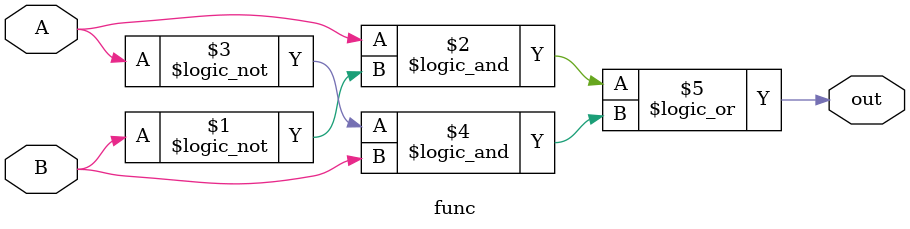
<source format=v>

module t_func ;

wire t_out;
reg t_A, t_B;
parameter  stop_time = 50;

func F1 (t_out, t_A, t_B);

initial #stop_time $finish;

initial begin
    $dumpfile("xor.vcd");
    $dumpvars(0, t_func);
        t_A = 0; t_B = 0;
    #10 t_A = 0; t_B = 1;
    #10 t_A = 1; t_B = 0;
    #10 t_A = 1; t_B = 1;
end

initial begin
    $monitor("time = %0d A = %b B = %b OUT = %b", $time, t_A, t_B, t_out);
end

endmodule

// XOR function

module func(out, A, B);

output out;
input A, B;
assign out = ( A && (!B)) || ((!A) && B);

endmodule
</source>
